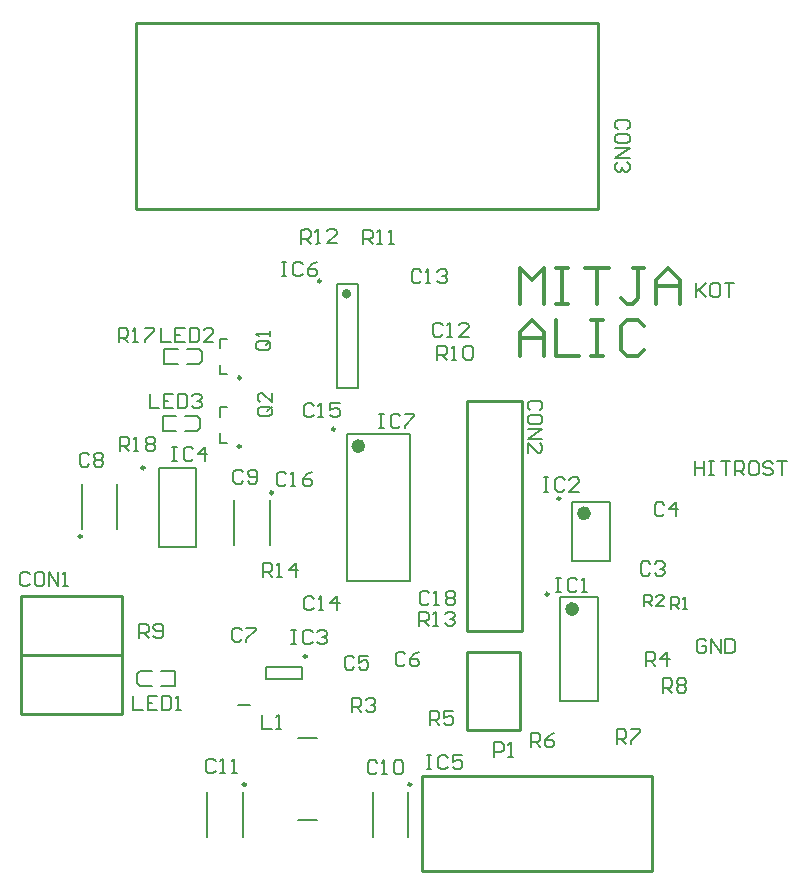
<source format=gto>
G04 Layer_Color=65535*
%FSLAX25Y25*%
%MOIN*%
G70*
G01*
G75*
%ADD27C,0.01000*%
%ADD32C,0.02362*%
%ADD43C,0.00984*%
%ADD44C,0.01575*%
%ADD45C,0.00787*%
%ADD46C,0.00500*%
%ADD47C,0.01299*%
D27*
X218307Y160630D02*
Y180315D01*
X184843Y160630D02*
Y180315D01*
Y200000D02*
X218307D01*
X184843Y180315D02*
Y200000D01*
Y180315D02*
X218307D01*
Y200000D01*
X184843Y160630D02*
X218307D01*
X351673Y188386D02*
Y265059D01*
X333366Y188386D02*
X351673D01*
X333366D02*
Y265059D01*
X351673D01*
X223287Y328854D02*
Y390984D01*
X223248Y328878D02*
X377185Y328853D01*
X377224Y328854D02*
Y390984D01*
X223346Y391044D02*
X377185Y390984D01*
X318504Y108268D02*
Y140157D01*
Y108268D02*
X395276D01*
Y140157D01*
X318504D02*
X395276D01*
X333543Y155354D02*
X351260D01*
X333543D02*
Y181339D01*
X351260D01*
Y155354D02*
Y181339D01*
D32*
X369685Y195669D02*
G03*
X369685Y195669I-1181J0D01*
G01*
X373622Y227559D02*
G03*
X373622Y227559I-1181J0D01*
G01*
X298425Y250000D02*
G03*
X298425Y250000I-1181J0D01*
G01*
D43*
X225984Y242717D02*
G03*
X225984Y242717I-492J0D01*
G01*
X205020Y219882D02*
G03*
X205020Y219882I-492J0D01*
G01*
X268799Y234449D02*
G03*
X268799Y234449I-492J0D01*
G01*
X314862Y137205D02*
G03*
X314862Y137205I-492J0D01*
G01*
X259744D02*
G03*
X259744Y137205I-492J0D01*
G01*
X360630Y200630D02*
G03*
X360630Y200630I-492J0D01*
G01*
X364567Y232500D02*
G03*
X364567Y232500I-492J0D01*
G01*
X280020Y179823D02*
G03*
X280020Y179823I-492J0D01*
G01*
X284744Y304961D02*
G03*
X284744Y304961I-492J0D01*
G01*
X289469Y255610D02*
G03*
X289469Y255610I-492J0D01*
G01*
X258071Y272736D02*
G03*
X258071Y272736I-492J0D01*
G01*
Y249902D02*
G03*
X258071Y249902I-492J0D01*
G01*
D44*
X294094Y300787D02*
G03*
X294094Y300787I-787J0D01*
G01*
D45*
X230906Y216339D02*
Y242717D01*
X243110Y216339D02*
Y242717D01*
X230906D02*
X243110D01*
X230906Y216339D02*
X243110D01*
X256988Y163779D02*
X261122D01*
X205118Y222441D02*
Y237402D01*
X216929Y222441D02*
Y237402D01*
X267717Y216929D02*
Y231890D01*
X255906Y216929D02*
Y231890D01*
X313779Y119685D02*
Y134646D01*
X301969Y119685D02*
Y134646D01*
X258661Y119685D02*
Y134646D01*
X246850Y119685D02*
Y134646D01*
X364567Y164961D02*
Y199606D01*
X377165Y164961D02*
Y199606D01*
X364567D02*
X377165D01*
X364567Y164961D02*
X377165D01*
X368504Y211811D02*
Y231496D01*
X381102Y211811D02*
Y231496D01*
X368504D02*
X381102D01*
X368504Y211811D02*
X381102D01*
X278543Y172441D02*
Y176378D01*
X266339Y172441D02*
Y176378D01*
X278543D01*
X266339Y172441D02*
X278543D01*
X290158Y269291D02*
Y303937D01*
X297244Y269291D02*
Y303937D01*
X290158D02*
X297244D01*
X290158Y269291D02*
X297244D01*
X293307Y205118D02*
X314567D01*
X293307Y253937D02*
X314567D01*
Y205118D02*
Y253937D01*
X293307Y205118D02*
Y253937D01*
X277165Y125197D02*
X283465D01*
X277165Y152756D02*
X283465D01*
X251083Y282579D02*
Y285728D01*
X253445D01*
X251083Y273917D02*
Y277067D01*
Y273917D02*
X253445D01*
X251083Y259744D02*
Y262894D01*
X253445D01*
X251083Y251083D02*
Y254232D01*
Y251083D02*
X253445D01*
X413249Y184936D02*
X412461Y185723D01*
X410887D01*
X410100Y184936D01*
Y181787D01*
X410887Y181000D01*
X412461D01*
X413249Y181787D01*
Y183361D01*
X411674D01*
X414823Y181000D02*
Y185723D01*
X417972Y181000D01*
Y185723D01*
X419546D02*
Y181000D01*
X421907D01*
X422694Y181787D01*
Y184936D01*
X421907Y185723D01*
X419546D01*
X394586Y210727D02*
X393798Y211514D01*
X392224D01*
X391437Y210727D01*
Y207578D01*
X392224Y206791D01*
X393798D01*
X394586Y207578D01*
X396160Y210727D02*
X396947Y211514D01*
X398521D01*
X399308Y210727D01*
Y209940D01*
X398521Y209153D01*
X397734D01*
X398521D01*
X399308Y208366D01*
Y207578D01*
X398521Y206791D01*
X396947D01*
X396160Y207578D01*
X399213Y230440D02*
X398426Y231228D01*
X396852D01*
X396065Y230440D01*
Y227292D01*
X396852Y226505D01*
X398426D01*
X399213Y227292D01*
X403149Y226505D02*
Y231228D01*
X400787Y228866D01*
X403936D01*
X312794Y180510D02*
X312007Y181298D01*
X310433D01*
X309646Y180510D01*
Y177362D01*
X310433Y176575D01*
X312007D01*
X312794Y177362D01*
X317517Y181298D02*
X315943Y180510D01*
X314369Y178936D01*
Y177362D01*
X315156Y176575D01*
X316730D01*
X317517Y177362D01*
Y178149D01*
X316730Y178936D01*
X314369D01*
X258365Y188680D02*
X257578Y189467D01*
X256004D01*
X255217Y188680D01*
Y185531D01*
X256004Y184744D01*
X257578D01*
X258365Y185531D01*
X259939Y189467D02*
X263088D01*
Y188680D01*
X259939Y185531D01*
Y184744D01*
X207449Y247036D02*
X206661Y247823D01*
X205087D01*
X204300Y247036D01*
Y243887D01*
X205087Y243100D01*
X206661D01*
X207449Y243887D01*
X209023Y247036D02*
X209810Y247823D01*
X211384D01*
X212172Y247036D01*
Y246249D01*
X211384Y245461D01*
X212172Y244674D01*
Y243887D01*
X211384Y243100D01*
X209810D01*
X209023Y243887D01*
Y244674D01*
X209810Y245461D01*
X209023Y246249D01*
Y247036D01*
X209810Y245461D02*
X211384D01*
X258759Y241337D02*
X257972Y242124D01*
X256397D01*
X255610Y241337D01*
Y238189D01*
X256397Y237402D01*
X257972D01*
X258759Y238189D01*
X260333D02*
X261120Y237402D01*
X262695D01*
X263482Y238189D01*
Y241337D01*
X262695Y242124D01*
X261120D01*
X260333Y241337D01*
Y240550D01*
X261120Y239763D01*
X263482D01*
X303542Y144487D02*
X302755Y145274D01*
X301181D01*
X300394Y144487D01*
Y141338D01*
X301181Y140551D01*
X302755D01*
X303542Y141338D01*
X305117Y140551D02*
X306691D01*
X305904D01*
Y145274D01*
X305117Y144487D01*
X309052D02*
X309840Y145274D01*
X311414D01*
X312201Y144487D01*
Y141338D01*
X311414Y140551D01*
X309840D01*
X309052Y141338D01*
Y144487D01*
X249649Y144936D02*
X248861Y145723D01*
X247287D01*
X246500Y144936D01*
Y141787D01*
X247287Y141000D01*
X248861D01*
X249649Y141787D01*
X251223Y141000D02*
X252797D01*
X252010D01*
Y145723D01*
X251223Y144936D01*
X255159Y141000D02*
X256733D01*
X255946D01*
Y145723D01*
X255159Y144936D01*
X325313Y290340D02*
X324526Y291128D01*
X322952D01*
X322165Y290340D01*
Y287192D01*
X322952Y286405D01*
X324526D01*
X325313Y287192D01*
X326887Y286405D02*
X328462D01*
X327675D01*
Y291128D01*
X326887Y290340D01*
X333972Y286405D02*
X330823D01*
X333972Y289553D01*
Y290340D01*
X333185Y291128D01*
X331610D01*
X330823Y290340D01*
X318113Y308140D02*
X317326Y308928D01*
X315752D01*
X314965Y308140D01*
Y304992D01*
X315752Y304205D01*
X317326D01*
X318113Y304992D01*
X319687Y304205D02*
X321262D01*
X320475D01*
Y308928D01*
X319687Y308140D01*
X323623D02*
X324410Y308928D01*
X325985D01*
X326772Y308140D01*
Y307353D01*
X325985Y306566D01*
X325198D01*
X325985D01*
X326772Y305779D01*
Y304992D01*
X325985Y304205D01*
X324410D01*
X323623Y304992D01*
X282413Y199141D02*
X281626Y199928D01*
X280052D01*
X279265Y199141D01*
Y195992D01*
X280052Y195205D01*
X281626D01*
X282413Y195992D01*
X283987Y195205D02*
X285562D01*
X284775D01*
Y199928D01*
X283987Y199141D01*
X290285Y195205D02*
Y199928D01*
X287923Y197566D01*
X291072D01*
X282381Y263483D02*
X281594Y264270D01*
X280019D01*
X279232Y263483D01*
Y260334D01*
X280019Y259547D01*
X281594D01*
X282381Y260334D01*
X283955Y259547D02*
X285529D01*
X284742D01*
Y264270D01*
X283955Y263483D01*
X291039Y264270D02*
X287891D01*
Y261909D01*
X289465Y262696D01*
X290252D01*
X291039Y261909D01*
Y260334D01*
X290252Y259547D01*
X288678D01*
X287891Y260334D01*
X273129Y240550D02*
X272342Y241337D01*
X270767D01*
X269980Y240550D01*
Y237401D01*
X270767Y236614D01*
X272342D01*
X273129Y237401D01*
X274703Y236614D02*
X276277D01*
X275490D01*
Y241337D01*
X274703Y240550D01*
X281787Y241337D02*
X280213Y240550D01*
X278639Y238976D01*
Y237401D01*
X279426Y236614D01*
X281000D01*
X281787Y237401D01*
Y238189D01*
X281000Y238976D01*
X278639D01*
X320913Y200940D02*
X320126Y201728D01*
X318552D01*
X317765Y200940D01*
Y197792D01*
X318552Y197005D01*
X320126D01*
X320913Y197792D01*
X322487Y197005D02*
X324062D01*
X323275D01*
Y201728D01*
X322487Y200940D01*
X326423D02*
X327210Y201728D01*
X328785D01*
X329572Y200940D01*
Y200153D01*
X328785Y199366D01*
X329572Y198579D01*
Y197792D01*
X328785Y197005D01*
X327210D01*
X326423Y197792D01*
Y198579D01*
X327210Y199366D01*
X326423Y200153D01*
Y200940D01*
X327210Y199366D02*
X328785D01*
X187749Y207236D02*
X186961Y208023D01*
X185387D01*
X184600Y207236D01*
Y204087D01*
X185387Y203300D01*
X186961D01*
X187749Y204087D01*
X191684Y208023D02*
X190110D01*
X189323Y207236D01*
Y204087D01*
X190110Y203300D01*
X191684D01*
X192472Y204087D01*
Y207236D01*
X191684Y208023D01*
X194046Y203300D02*
Y208023D01*
X197194Y203300D01*
Y208023D01*
X198769Y203300D02*
X200343D01*
X199556D01*
Y208023D01*
X198769Y207236D01*
X357774Y261910D02*
X358561Y262698D01*
Y264272D01*
X357774Y265059D01*
X354626D01*
X353839Y264272D01*
Y262698D01*
X354626Y261910D01*
X358561Y257975D02*
Y259549D01*
X357774Y260336D01*
X354626D01*
X353839Y259549D01*
Y257975D01*
X354626Y257188D01*
X357774D01*
X358561Y257975D01*
X353839Y255613D02*
X358561D01*
X353839Y252465D01*
X358561D01*
X353839Y247742D02*
Y250890D01*
X356987Y247742D01*
X357774D01*
X358561Y248529D01*
Y250103D01*
X357774Y250890D01*
X386869Y355611D02*
X387656Y356398D01*
Y357973D01*
X386869Y358760D01*
X383720D01*
X382933Y357973D01*
Y356398D01*
X383720Y355611D01*
X387656Y351676D02*
Y353250D01*
X386869Y354037D01*
X383720D01*
X382933Y353250D01*
Y351676D01*
X383720Y350888D01*
X386869D01*
X387656Y351676D01*
X382933Y349314D02*
X387656D01*
X382933Y346165D01*
X387656D01*
X386869Y344591D02*
X387656Y343804D01*
Y342230D01*
X386869Y341443D01*
X386082D01*
X385295Y342230D01*
Y343017D01*
Y342230D01*
X384507Y341443D01*
X383720D01*
X382933Y342230D01*
Y343804D01*
X383720Y344591D01*
X363090Y206002D02*
X364665D01*
X363878D01*
Y201279D01*
X363090D01*
X364665D01*
X370175Y205215D02*
X369388Y206002D01*
X367813D01*
X367026Y205215D01*
Y202067D01*
X367813Y201279D01*
X369388D01*
X370175Y202067D01*
X371749Y201279D02*
X373323D01*
X372536D01*
Y206002D01*
X371749Y205215D01*
X358965Y239528D02*
X360539D01*
X359752D01*
Y234805D01*
X358965D01*
X360539D01*
X366049Y238740D02*
X365262Y239528D01*
X363687D01*
X362900Y238740D01*
Y235592D01*
X363687Y234805D01*
X365262D01*
X366049Y235592D01*
X370772Y234805D02*
X367623D01*
X370772Y237953D01*
Y238740D01*
X369985Y239528D01*
X368410D01*
X367623Y238740D01*
X274902Y188680D02*
X276476D01*
X275689D01*
Y183957D01*
X274902D01*
X276476D01*
X281986Y187892D02*
X281199Y188680D01*
X279625D01*
X278837Y187892D01*
Y184744D01*
X279625Y183957D01*
X281199D01*
X281986Y184744D01*
X283560Y187892D02*
X284347Y188680D01*
X285922D01*
X286709Y187892D01*
Y187105D01*
X285922Y186318D01*
X285135D01*
X285922D01*
X286709Y185531D01*
Y184744D01*
X285922Y183957D01*
X284347D01*
X283560Y184744D01*
X235138Y249703D02*
X236712D01*
X235925D01*
Y244980D01*
X235138D01*
X236712D01*
X242222Y248916D02*
X241435Y249703D01*
X239861D01*
X239073Y248916D01*
Y245767D01*
X239861Y244980D01*
X241435D01*
X242222Y245767D01*
X246158Y244980D02*
Y249703D01*
X243796Y247342D01*
X246945D01*
X319980Y146947D02*
X321555D01*
X320767D01*
Y142224D01*
X319980D01*
X321555D01*
X327065Y146160D02*
X326277Y146947D01*
X324703D01*
X323916Y146160D01*
Y143012D01*
X324703Y142224D01*
X326277D01*
X327065Y143012D01*
X331787Y146947D02*
X328639D01*
Y144586D01*
X330213Y145373D01*
X331000D01*
X331787Y144586D01*
Y143012D01*
X331000Y142224D01*
X329426D01*
X328639Y143012D01*
X271665Y311328D02*
X273239D01*
X272452D01*
Y306605D01*
X271665D01*
X273239D01*
X278749Y310541D02*
X277962Y311328D01*
X276388D01*
X275600Y310541D01*
Y307392D01*
X276388Y306605D01*
X277962D01*
X278749Y307392D01*
X283472Y311328D02*
X281897Y310541D01*
X280323Y308966D01*
Y307392D01*
X281110Y306605D01*
X282685D01*
X283472Y307392D01*
Y308179D01*
X282685Y308966D01*
X280323D01*
X304134Y260727D02*
X305708D01*
X304921D01*
Y256004D01*
X304134D01*
X305708D01*
X311218Y259940D02*
X310431Y260727D01*
X308857D01*
X308070Y259940D01*
Y256791D01*
X308857Y256004D01*
X310431D01*
X311218Y256791D01*
X312792Y260727D02*
X315941D01*
Y259940D01*
X312792Y256791D01*
Y256004D01*
X265158Y160333D02*
Y155610D01*
X268306D01*
X269880D02*
X271455D01*
X270668D01*
Y160333D01*
X269880Y159546D01*
X222244Y166632D02*
Y161909D01*
X225393D01*
X230116Y166632D02*
X226967D01*
Y161909D01*
X230116D01*
X226967Y164271D02*
X228541D01*
X231690Y166632D02*
Y161909D01*
X234051D01*
X234839Y162697D01*
Y165845D01*
X234051Y166632D01*
X231690D01*
X236413Y161909D02*
X237987D01*
X237200D01*
Y166632D01*
X236413Y165845D01*
X231565Y289328D02*
Y284605D01*
X234713D01*
X239436Y289328D02*
X236287D01*
Y284605D01*
X239436D01*
X236287Y286966D02*
X237862D01*
X241010Y289328D02*
Y284605D01*
X243372D01*
X244159Y285392D01*
Y288541D01*
X243372Y289328D01*
X241010D01*
X248882Y284605D02*
X245733D01*
X248882Y287753D01*
Y288541D01*
X248095Y289328D01*
X246520D01*
X245733Y288541D01*
X227658Y267420D02*
Y262697D01*
X230806D01*
X235529Y267420D02*
X232380D01*
Y262697D01*
X235529D01*
X232380Y265058D02*
X233955D01*
X237103Y267420D02*
Y262697D01*
X239465D01*
X240252Y263484D01*
Y266633D01*
X239465Y267420D01*
X237103D01*
X241826Y266633D02*
X242613Y267420D01*
X244188D01*
X244975Y266633D01*
Y265845D01*
X244188Y265058D01*
X243400D01*
X244188D01*
X244975Y264271D01*
Y263484D01*
X244188Y262697D01*
X242613D01*
X241826Y263484D01*
X342520Y146457D02*
Y151180D01*
X344881D01*
X345668Y150392D01*
Y148818D01*
X344881Y148031D01*
X342520D01*
X347243Y146457D02*
X348817D01*
X348030D01*
Y151180D01*
X347243Y150392D01*
X409400Y244923D02*
Y240200D01*
Y242561D01*
X412549D01*
Y244923D01*
Y240200D01*
X414123Y244923D02*
X415697D01*
X414910D01*
Y240200D01*
X414123D01*
X415697D01*
X418059Y244923D02*
X421207D01*
X419633D01*
Y240200D01*
X422782D02*
Y244923D01*
X425143D01*
X425930Y244136D01*
Y242561D01*
X425143Y241774D01*
X422782D01*
X424356D02*
X425930Y240200D01*
X429866Y244923D02*
X428292D01*
X427504Y244136D01*
Y240987D01*
X428292Y240200D01*
X429866D01*
X430653Y240987D01*
Y244136D01*
X429866Y244923D01*
X435376Y244136D02*
X434589Y244923D01*
X433014D01*
X432227Y244136D01*
Y243349D01*
X433014Y242561D01*
X434589D01*
X435376Y241774D01*
Y240987D01*
X434589Y240200D01*
X433014D01*
X432227Y240987D01*
X436950Y244923D02*
X440099D01*
X438524D01*
Y240200D01*
X267126Y285137D02*
X263978D01*
X263191Y284350D01*
Y282775D01*
X263978Y281988D01*
X267126D01*
X267913Y282775D01*
Y284350D01*
X266339Y283562D02*
X267913Y285137D01*
Y284350D02*
X267126Y285137D01*
X267913Y286711D02*
Y288285D01*
Y287498D01*
X263191D01*
X263978Y286711D01*
X267618Y263089D02*
X264470D01*
X263683Y262302D01*
Y260728D01*
X264470Y259941D01*
X267618D01*
X268406Y260728D01*
Y262302D01*
X266831Y261515D02*
X268406Y263089D01*
Y262302D02*
X267618Y263089D01*
X268406Y267812D02*
Y264664D01*
X265257Y267812D01*
X264470D01*
X263683Y267025D01*
Y265451D01*
X264470Y264664D01*
X401575Y195571D02*
Y199507D01*
X403543D01*
X404199Y198851D01*
Y197539D01*
X403543Y196883D01*
X401575D01*
X402887D02*
X404199Y195571D01*
X405511D02*
X406822D01*
X406167D01*
Y199507D01*
X405511Y198851D01*
X392618Y196555D02*
Y200491D01*
X394586D01*
X395242Y199835D01*
Y198523D01*
X394586Y197867D01*
X392618D01*
X393930D02*
X395242Y196555D01*
X399178D02*
X396554D01*
X399178Y199179D01*
Y199835D01*
X398522Y200491D01*
X397210D01*
X396554Y199835D01*
X295079Y161319D02*
Y166042D01*
X297440D01*
X298227Y165255D01*
Y163680D01*
X297440Y162893D01*
X295079D01*
X296653D02*
X298227Y161319D01*
X299802Y165255D02*
X300589Y166042D01*
X302163D01*
X302950Y165255D01*
Y164468D01*
X302163Y163680D01*
X301376D01*
X302163D01*
X302950Y162893D01*
Y162106D01*
X302163Y161319D01*
X300589D01*
X299802Y162106D01*
X393110Y176673D02*
Y181396D01*
X395472D01*
X396259Y180609D01*
Y179035D01*
X395472Y178247D01*
X393110D01*
X394685D02*
X396259Y176673D01*
X400195D02*
Y181396D01*
X397833Y179035D01*
X400982D01*
X321063Y156988D02*
Y161711D01*
X323424D01*
X324212Y160924D01*
Y159350D01*
X323424Y158563D01*
X321063D01*
X322637D02*
X324212Y156988D01*
X328935Y161711D02*
X325786D01*
Y159350D01*
X327360Y160137D01*
X328147D01*
X328935Y159350D01*
Y157775D01*
X328147Y156988D01*
X326573D01*
X325786Y157775D01*
X354724Y149606D02*
Y154329D01*
X357086D01*
X357873Y153542D01*
Y151968D01*
X357086Y151181D01*
X354724D01*
X356299D02*
X357873Y149606D01*
X362596Y154329D02*
X361022Y153542D01*
X359447Y151968D01*
Y150393D01*
X360234Y149606D01*
X361809D01*
X362596Y150393D01*
Y151181D01*
X361809Y151968D01*
X359447D01*
X383366Y150787D02*
Y155510D01*
X385728D01*
X386515Y154723D01*
Y153149D01*
X385728Y152362D01*
X383366D01*
X384940D02*
X386515Y150787D01*
X388089Y155510D02*
X391238D01*
Y154723D01*
X388089Y151575D01*
Y150787D01*
X398721Y167815D02*
Y172538D01*
X401082D01*
X401869Y171751D01*
Y170176D01*
X401082Y169389D01*
X398721D01*
X400295D02*
X401869Y167815D01*
X403443Y171751D02*
X404230Y172538D01*
X405805D01*
X406592Y171751D01*
Y170964D01*
X405805Y170176D01*
X406592Y169389D01*
Y168602D01*
X405805Y167815D01*
X404230D01*
X403443Y168602D01*
Y169389D01*
X404230Y170176D01*
X403443Y170964D01*
Y171751D01*
X404230Y170176D02*
X405805D01*
X224213Y186024D02*
Y190746D01*
X226574D01*
X227361Y189959D01*
Y188385D01*
X226574Y187598D01*
X224213D01*
X225787D02*
X227361Y186024D01*
X228936Y186811D02*
X229723Y186024D01*
X231297D01*
X232084Y186811D01*
Y189959D01*
X231297Y190746D01*
X229723D01*
X228936Y189959D01*
Y189172D01*
X229723Y188385D01*
X232084D01*
X323622Y278740D02*
Y283463D01*
X325984D01*
X326771Y282676D01*
Y281102D01*
X325984Y280314D01*
X323622D01*
X325196D02*
X326771Y278740D01*
X328345D02*
X329919D01*
X329132D01*
Y283463D01*
X328345Y282676D01*
X332281D02*
X333068Y283463D01*
X334642D01*
X335429Y282676D01*
Y279527D01*
X334642Y278740D01*
X333068D01*
X332281Y279527D01*
Y282676D01*
X298819Y317421D02*
Y322144D01*
X301180D01*
X301968Y321357D01*
Y319783D01*
X301180Y318996D01*
X298819D01*
X300393D02*
X301968Y317421D01*
X303542D02*
X305116D01*
X304329D01*
Y322144D01*
X303542Y321357D01*
X307477Y317421D02*
X309052D01*
X308265D01*
Y322144D01*
X307477Y321357D01*
X278248Y317421D02*
X278165Y322143D01*
X280526Y322185D01*
X281327Y321412D01*
X281355Y319838D01*
X280581Y319037D01*
X278220Y318995D01*
X279795Y319023D02*
X281396Y317477D01*
X282970Y317504D02*
X284544Y317532D01*
X283757Y317518D01*
X283674Y322240D01*
X282901Y321439D01*
X290053Y317628D02*
X286905Y317573D01*
X289998Y320777D01*
X289984Y321564D01*
X289184Y322337D01*
X287610Y322309D01*
X286836Y321508D01*
X317565Y190105D02*
Y194828D01*
X319926D01*
X320713Y194041D01*
Y192466D01*
X319926Y191679D01*
X317565D01*
X319139D02*
X320713Y190105D01*
X322287D02*
X323862D01*
X323075D01*
Y194828D01*
X322287Y194041D01*
X326223D02*
X327010Y194828D01*
X328585D01*
X329372Y194041D01*
Y193253D01*
X328585Y192466D01*
X327798D01*
X328585D01*
X329372Y191679D01*
Y190892D01*
X328585Y190105D01*
X327010D01*
X326223Y190892D01*
X265453Y206398D02*
Y211121D01*
X267814D01*
X268601Y210333D01*
Y208759D01*
X267814Y207972D01*
X265453D01*
X267027D02*
X268601Y206398D01*
X270176D02*
X271750D01*
X270963D01*
Y211121D01*
X270176Y210333D01*
X276473Y206398D02*
Y211121D01*
X274111Y208759D01*
X277260D01*
X217365Y284505D02*
Y289228D01*
X219726D01*
X220513Y288440D01*
Y286866D01*
X219726Y286079D01*
X217365D01*
X218939D02*
X220513Y284505D01*
X222087D02*
X223662D01*
X222875D01*
Y289228D01*
X222087Y288440D01*
X226023Y289228D02*
X229172D01*
Y288440D01*
X226023Y285292D01*
Y284505D01*
X217665Y248305D02*
Y253028D01*
X220026D01*
X220813Y252240D01*
Y250666D01*
X220026Y249879D01*
X217665D01*
X219239D02*
X220813Y248305D01*
X222387D02*
X223962D01*
X223175D01*
Y253028D01*
X222387Y252240D01*
X226323D02*
X227110Y253028D01*
X228685D01*
X229472Y252240D01*
Y251453D01*
X228685Y250666D01*
X229472Y249879D01*
Y249092D01*
X228685Y248305D01*
X227110D01*
X226323Y249092D01*
Y249879D01*
X227110Y250666D01*
X226323Y251453D01*
Y252240D01*
X227110Y250666D02*
X228685D01*
X295865Y179329D02*
X295078Y180117D01*
X293504D01*
X292717Y179329D01*
Y176181D01*
X293504Y175394D01*
X295078D01*
X295865Y176181D01*
X300588Y180117D02*
X297439D01*
Y177755D01*
X299014Y178542D01*
X299801D01*
X300588Y177755D01*
Y176181D01*
X299801Y175394D01*
X298227D01*
X297439Y176181D01*
X409900Y304423D02*
Y299700D01*
Y301274D01*
X413049Y304423D01*
X410687Y302061D01*
X413049Y299700D01*
X416984Y304423D02*
X415410D01*
X414623Y303636D01*
Y300487D01*
X415410Y299700D01*
X416984D01*
X417771Y300487D01*
Y303636D01*
X416984Y304423D01*
X419346D02*
X422494D01*
X420920D01*
Y299700D01*
D46*
X231520Y175039D02*
X236020D01*
X224520D02*
X228520D01*
X231520Y170039D02*
X236020D01*
X224520D02*
X228520D01*
X223520Y171039D02*
Y174039D01*
Y171039D02*
X224520Y170039D01*
X223520Y174039D02*
X224520Y175039D01*
X236020Y170039D02*
Y175039D01*
X232484Y277323D02*
X236984D01*
X239984D02*
X243984D01*
X232484Y282323D02*
X236984D01*
X239984D02*
X243984D01*
X244984Y278323D02*
Y281323D01*
X243984Y282323D02*
X244984Y281323D01*
X243984Y277323D02*
X244984Y278323D01*
X232484Y277323D02*
Y282323D01*
X232091Y254882D02*
Y259882D01*
X243591Y254882D02*
X244591Y255882D01*
X243591Y259882D02*
X244591Y258882D01*
Y255882D02*
Y258882D01*
X239591Y259882D02*
X243591D01*
X232091D02*
X236591D01*
X239591Y254882D02*
X243591D01*
X232091D02*
X236591D01*
D47*
X351264Y297391D02*
Y309198D01*
X355200Y305262D01*
X359135Y309198D01*
Y297391D01*
X363071Y309198D02*
X367007D01*
X365039D01*
Y297391D01*
X363071D01*
X367007D01*
X372910Y309198D02*
X380782D01*
X376846D01*
Y297391D01*
X392589Y309198D02*
X388653D01*
X390621D01*
Y299359D01*
X388653Y297391D01*
X386685D01*
X384717Y299359D01*
X396525Y297391D02*
Y305262D01*
X400460Y309198D01*
X404396Y305262D01*
Y297391D01*
Y303294D01*
X396525D01*
X351264Y280104D02*
Y287975D01*
X355200Y291911D01*
X359135Y287975D01*
Y280104D01*
Y286007D01*
X351264D01*
X363071Y291911D02*
Y280104D01*
X370942D01*
X374878Y291911D02*
X378814D01*
X376846D01*
Y280104D01*
X374878D01*
X378814D01*
X392589Y289943D02*
X390621Y291911D01*
X386685D01*
X384717Y289943D01*
Y282072D01*
X386685Y280104D01*
X390621D01*
X392589Y282072D01*
M02*

</source>
